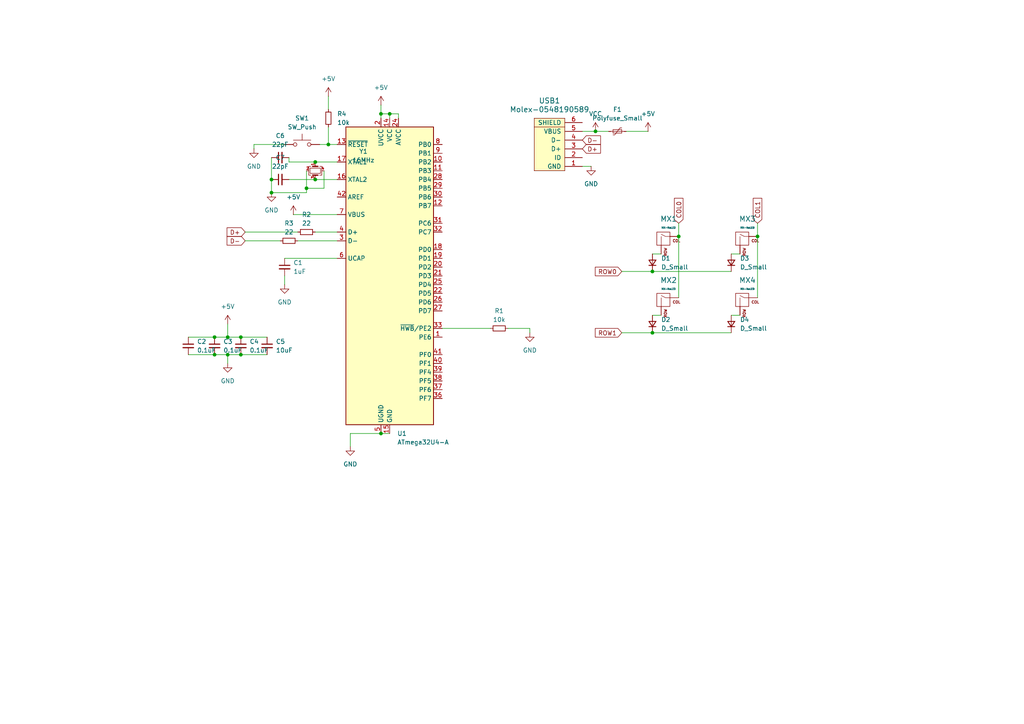
<source format=kicad_sch>
(kicad_sch (version 20231120) (generator "eeschema") (generator_version "8.0")
  (paper "A4")
  (lib_symbols
    (symbol "Device:C_Small" (pin_numbers hide) (pin_names (offset 0.254) hide)
      (property "Reference" "C" (at 0.254 1.778 0))
      (property "Value" "C_Small" (at 0.254 -2.032 0))
      (symbol "C_Small_0_1"
        (polyline (pts (xy -1.524 -0.508) (xy 1.524 -0.508)) (stroke (width 0.3302)))
        (polyline (pts (xy -1.524 0.508) (xy 1.524 0.508)) (stroke (width 0.3048)))
      )
      (symbol "C_Small_1_1"
        (pin passive line (at 0 2.54 270) (length 2.032) (name "~") (number "1"))
        (pin passive line (at 0 -2.54 90) (length 2.032) (name "~") (number "2"))
      )
    )
    (symbol "Device:Crystal_GND24_Small" (pin_names (offset 1.016) hide)
      (property "Reference" "Y" (at 1.27 4.445 0))
      (property "Value" "Crystal_GND24_Small" (at 1.27 2.54 0))
      (symbol "Crystal_GND24_Small_0_1"
        (rectangle (start -0.762 -1.524) (end 0.762 1.524))
        (polyline (pts (xy -1.27 -0.762) (xy -1.27 0.762)) (stroke (width 0.381)))
        (polyline (pts (xy 1.27 -0.762) (xy 1.27 0.762)) (stroke (width 0.381)))
        (polyline (pts (xy -1.27 -1.27) (xy -1.27 -1.905) (xy 1.27 -1.905) (xy 1.27 -1.27)))
        (polyline (pts (xy -1.27 1.27) (xy -1.27 1.905) (xy 1.27 1.905) (xy 1.27 1.27)))
      )
      (symbol "Crystal_GND24_Small_1_1"
        (pin passive line (at -2.54 0 0) (length 1.27) (name "1") (number "1"))
        (pin passive line (at 0 -2.54 90) (length 0.635) (name "2") (number "2"))
        (pin passive line (at 2.54 0 180) (length 1.27) (name "3") (number "3"))
        (pin passive line (at 0 2.54 270) (length 0.635) (name "4") (number "4"))
      )
    )
    (symbol "Device:D_Small" (pin_numbers hide) (pin_names (offset 0.254) hide)
      (property "Reference" "D" (at -1.27 2.032 0))
      (property "Value" "D_Small" (at -3.81 -2.032 0))
      (symbol "D_Small_0_1"
        (polyline (pts (xy -0.762 -1.016) (xy -0.762 1.016)) (stroke (width 0.254)))
        (polyline (pts (xy -0.762 0) (xy 0.762 0)))
        (polyline (pts (xy 0.762 -1.016) (xy -0.762 0) (xy 0.762 1.016) (xy 0.762 -1.016)) (stroke (width 0.254)))
      )
      (symbol "D_Small_1_1"
        (pin passive line (at -2.54 0 0) (length 1.778) (name "K") (number "1"))
        (pin passive line (at 2.54 0 180) (length 1.778) (name "A") (number "2"))
      )
    )
    (symbol "Device:Polyfuse_Small" (pin_numbers hide) (pin_names (offset 0))
      (property "Reference" "F" (at -1.905 0 90))
      (property "Value" "Polyfuse_Small" (at 1.905 0 90))
      (symbol "Polyfuse_Small_0_1"
        (rectangle (start -0.508 1.27) (end 0.508 -1.27))
        (polyline (pts (xy 0 2.54) (xy 0 -2.54)))
        (polyline (pts (xy -1.016 1.27) (xy -1.016 0.762) (xy 1.016 -0.762) (xy 1.016 -1.27)))
      )
      (symbol "Polyfuse_Small_1_1"
        (pin passive line (at 0 2.54 270) (length 0.635) (name "~") (number "1"))
        (pin passive line (at 0 -2.54 90) (length 0.635) (name "~") (number "2"))
      )
    )
    (symbol "Device:R_Small" (pin_numbers hide) (pin_names (offset 0.254) hide)
      (property "Reference" "R" (at 0.762 0.508 0))
      (property "Value" "R_Small" (at 0.762 -1.016 0))
      (symbol "R_Small_0_1"
        (rectangle (start -0.762 1.778) (end 0.762 -1.778) (stroke (width 0.2032)))
      )
      (symbol "R_Small_1_1"
        (pin passive line (at 0 2.54 270) (length 0.762) (name "~") (number "1"))
        (pin passive line (at 0 -2.54 90) (length 0.762) (name "~") (number "2"))
      )
    )
    (symbol "MCU_Microchip_ATmega:ATmega32U4-A"
      (property "Reference" "U" (at -12.7 44.45 0))
      (property "Value" "ATmega32U4-A" (at 2.54 -44.45 0))
      (symbol "ATmega32U4-A_0_1"
        (rectangle (start -12.7 -43.18) (end 12.7 43.18) (stroke (width 0.254)) (fill (type background)))
      )
      (symbol "ATmega32U4-A_1_1"
        (pin bidirectional line (at 15.24 -17.78 180) (length 2.54) (name "PE6") (number "1"))
        (pin bidirectional line (at 15.24 33.02 180) (length 2.54) (name "PB2") (number "10"))
        (pin bidirectional line (at 15.24 30.48 180) (length 2.54) (name "PB3") (number "11"))
        (pin bidirectional line (at 15.24 20.32 180) (length 2.54) (name "PB7") (number "12"))
        (pin input line (at -15.24 38.1 0) (length 2.54) (name "~{RESET}") (number "13"))
        (pin power_in line (at 0 45.72 270) (length 2.54) (name "VCC") (number "14"))
        (pin power_in line (at 0 -45.72 90) (length 2.54) (name "GND") (number "15"))
        (pin output line (at -15.24 27.94 0) (length 2.54) (name "XTAL2") (number "16"))
        (pin input line (at -15.24 33.02 0) (length 2.54) (name "XTAL1") (number "17"))
        (pin bidirectional line (at 15.24 7.62 180) (length 2.54) (name "PD0") (number "18"))
        (pin bidirectional line (at 15.24 5.08 180) (length 2.54) (name "PD1") (number "19"))
        (pin power_in line (at -2.54 45.72 270) (length 2.54) (name "UVCC") (number "2"))
        (pin bidirectional line (at 15.24 2.54 180) (length 2.54) (name "PD2") (number "20"))
        (pin bidirectional line (at 15.24 0 180) (length 2.54) (name "PD3") (number "21"))
        (pin bidirectional line (at 15.24 -5.08 180) (length 2.54) (name "PD5") (number "22"))
        (pin passive line (at 0 -45.72 90) (length 2.54) hide (name "GND") (number "23"))
        (pin power_in line (at 2.54 45.72 270) (length 2.54) (name "AVCC") (number "24"))
        (pin bidirectional line (at 15.24 -2.54 180) (length 2.54) (name "PD4") (number "25"))
        (pin bidirectional line (at 15.24 -7.62 180) (length 2.54) (name "PD6") (number "26"))
        (pin bidirectional line (at 15.24 -10.16 180) (length 2.54) (name "PD7") (number "27"))
        (pin bidirectional line (at 15.24 27.94 180) (length 2.54) (name "PB4") (number "28"))
        (pin bidirectional line (at 15.24 25.4 180) (length 2.54) (name "PB5") (number "29"))
        (pin bidirectional line (at -15.24 10.16 0) (length 2.54) (name "D-") (number "3"))
        (pin bidirectional line (at 15.24 22.86 180) (length 2.54) (name "PB6") (number "30"))
        (pin bidirectional line (at 15.24 15.24 180) (length 2.54) (name "PC6") (number "31"))
        (pin bidirectional line (at 15.24 12.7 180) (length 2.54) (name "PC7") (number "32"))
        (pin bidirectional line (at 15.24 -15.24 180) (length 2.54) (name "~{HWB}/PE2") (number "33"))
        (pin passive line (at 0 45.72 270) (length 2.54) hide (name "VCC") (number "34"))
        (pin passive line (at 0 -45.72 90) (length 2.54) hide (name "GND") (number "35"))
        (pin bidirectional line (at 15.24 -35.56 180) (length 2.54) (name "PF7") (number "36"))
        (pin bidirectional line (at 15.24 -33.02 180) (length 2.54) (name "PF6") (number "37"))
        (pin bidirectional line (at 15.24 -30.48 180) (length 2.54) (name "PF5") (number "38"))
        (pin bidirectional line (at 15.24 -27.94 180) (length 2.54) (name "PF4") (number "39"))
        (pin bidirectional line (at -15.24 12.7 0) (length 2.54) (name "D+") (number "4"))
        (pin bidirectional line (at 15.24 -25.4 180) (length 2.54) (name "PF1") (number "40"))
        (pin bidirectional line (at 15.24 -22.86 180) (length 2.54) (name "PF0") (number "41"))
        (pin passive line (at -15.24 22.86 0) (length 2.54) (name "AREF") (number "42"))
        (pin passive line (at 0 -45.72 90) (length 2.54) hide (name "GND") (number "43"))
        (pin passive line (at 2.54 45.72 270) (length 2.54) hide (name "AVCC") (number "44"))
        (pin passive line (at -2.54 -45.72 90) (length 2.54) (name "UGND") (number "5"))
        (pin passive line (at -15.24 5.08 0) (length 2.54) (name "UCAP") (number "6"))
        (pin input line (at -15.24 17.78 0) (length 2.54) (name "VBUS") (number "7"))
        (pin bidirectional line (at 15.24 38.1 180) (length 2.54) (name "PB0") (number "8"))
        (pin bidirectional line (at 15.24 35.56 180) (length 2.54) (name "PB1") (number "9"))
      )
    )
    (symbol "MX_Alps_Hybrid:MX-NoLED" (pin_names (offset 1.016))
      (property "Reference" "MX" (at -0.635 3.81 0))
      (property "Value" "MX-NoLED" (at -0.635 1.27 0))
      (symbol "MX-NoLED_0_0"
        (rectangle (start -2.54 2.54) (end 1.27 -1.27))
        (polyline (pts (xy -1.27 -1.27) (xy -1.27 1.27)) (stroke (width 0.127)))
        (polyline (pts (xy 1.27 1.27) (xy 0 1.27) (xy -1.27 1.905)) (stroke (width 0.127)))
        (text "COL" (at 3.175 0 0) (effects (font (size 0.762 0.762))))
        (text "ROW" (at 0 -1.905 900) (effects (font (size 0.762 0.762)) (justify right)))
      )
      (symbol "MX-NoLED_1_1"
        (pin passive line (at 3.81 1.27 180) (length 2.54) (name "COL") (number "1"))
        (pin passive line (at -1.27 -3.81 90) (length 2.54) (name "ROW") (number "2"))
      )
    )
    (symbol "Switch:SW_Push" (pin_numbers hide) (pin_names (offset 1.016) hide)
      (property "Reference" "SW" (at 1.27 2.54 0))
      (property "Value" "SW_Push" (at 0 -1.524 0))
      (symbol "SW_Push_0_1"
        (circle (center -2.032 0) (radius 0.508))
        (polyline (pts (xy 0 1.27) (xy 0 3.048)))
        (polyline (pts (xy 2.54 1.27) (xy -2.54 1.27)))
        (circle (center 2.032 0) (radius 0.508))
        (pin passive line (at -5.08 0 0) (length 2.54) (name "1") (number "1"))
        (pin passive line (at 5.08 0 180) (length 2.54) (name "2") (number "2"))
      )
    )
    (symbol "power:+5V" (power) (pin_numbers hide) (pin_names (offset 0) hide)
      (property "Value" "+5V" (at 0 3.556 0))
      (symbol "+5V_0_1"
        (polyline (pts (xy -0.762 1.27) (xy 0 2.54)))
        (polyline (pts (xy 0 0) (xy 0 2.54)))
        (polyline (pts (xy 0 2.54) (xy 0.762 1.27)))
      )
      (symbol "+5V_1_1"
        (pin power_in line (at 0 0 90) (length 0) (name "~") (number "1"))
      )
    )
    (symbol "power:GND" (power) (pin_numbers hide) (pin_names (offset 0) hide)
      (property "Value" "GND" (at 0 -3.81 0))
      (symbol "GND_0_1"
        (polyline (pts (xy 0 0) (xy 0 -1.27) (xy 1.27 -1.27) (xy 0 -2.54) (xy -1.27 -1.27) (xy 0 -1.27)))
      )
      (symbol "GND_1_1"
        (pin power_in line (at 0 0 270) (length 0) (name "~") (number "1"))
      )
    )
    (symbol "power:VCC" (power) (pin_numbers hide) (pin_names (offset 0) hide)
      (property "Value" "VCC" (at 0 3.556 0))
      (symbol "VCC_0_1"
        (polyline (pts (xy -0.762 1.27) (xy 0 2.54)))
        (polyline (pts (xy 0 0) (xy 0 2.54)))
        (polyline (pts (xy 0 2.54) (xy 0.762 1.27)))
      )
      (symbol "VCC_1_1"
        (pin power_in line (at 0 0 90) (length 0) (name "~") (number "1"))
      )
    )
    (symbol "random-keyboard-parts:Molex-0548190589" (pin_names (offset 1.016))
      (property "Reference" "USB" (at 0 7.62 0))
      (property "Value" "Molex-0548190589" (at 0 10.16 0))
      (symbol "Molex-0548190589_0_0"
        (polyline (pts (xy 6.35 -2.54) (xy 6.35 6.35)))
        (rectangle (start 8.89 -2.54) (end -6.35 6.35) (fill (type background)))
      )
      (symbol "Molex-0548190589_1_1"
        (pin input line (at -5.08 -7.62 90) (length 5.08) (name "GND") (number "1"))
        (pin input line (at -2.54 -7.62 90) (length 5.08) (name "ID") (number "2"))
        (pin input line (at 0 -7.62 90) (length 5.08) (name "D+") (number "3"))
        (pin input line (at 2.54 -7.62 90) (length 5.08) (name "D-") (number "4"))
        (pin input line (at 5.08 -7.62 90) (length 5.08) (name "VBUS") (number "5"))
        (pin input line (at 7.62 -7.62 90) (length 5.08) (name "SHIELD") (number "6"))
      )
    )
  )
  (junction (at 69.85 97.79))
  (junction (at 91.44 52.07))
  (junction (at 66.04 97.79))
  (junction (at 62.23 97.79))
  (junction (at 66.04 102.87))
  (junction (at 62.23 102.87))
  (junction (at 78.74 52.07))
  (junction (at 110.49 33.02))
  (junction (at 110.49 125.73))
  (junction (at 95.25 41.91))
  (junction (at 196.85 68.58))
  (junction (at 113.03 33.02))
  (junction (at 189.23 78.74))
  (junction (at 91.44 46.99))
  (junction (at 78.74 55.88))
  (junction (at 189.23 96.52))
  (junction (at 69.85 102.87))
  (junction (at 219.71 68.58))
  (junction (at 172.72 38.1))
  (junction (at 88.9 54.61))
  (wire (pts (xy 88.9 49.53) (xy 88.9 54.61)))
  (wire (pts (xy 189.23 96.52) (xy 212.09 96.52)))
  (wire (pts (xy 95.25 36.83) (xy 95.25 41.91)))
  (wire (pts (xy 71.12 69.85) (xy 81.28 69.85)))
  (wire (pts (xy 172.72 38.1) (xy 176.53 38.1)))
  (wire (pts (xy 91.44 52.07) (xy 97.79 52.07)))
  (wire (pts (xy 71.12 67.31) (xy 86.36 67.31)))
  (wire (pts (xy 181.61 38.1) (xy 187.96 38.1)))
  (wire (pts (xy 128.27 95.25) (xy 142.24 95.25)))
  (wire (pts (xy 180.34 78.74) (xy 189.23 78.74)))
  (wire (pts (xy 62.23 102.87) (xy 66.04 102.87)))
  (wire (pts (xy 196.85 68.58) (xy 196.85 86.36)))
  (wire (pts (xy 189.23 73.66) (xy 191.77 73.66)))
  (wire (pts (xy 78.74 45.72) (xy 78.74 52.07)))
  (wire (pts (xy 110.49 33.02) (xy 113.03 33.02)))
  (wire (pts (xy 153.67 96.52) (xy 153.67 95.25)))
  (wire (pts (xy 168.91 48.26) (xy 171.45 48.26)))
  (wire (pts (xy 219.71 68.58) (xy 219.71 86.36)))
  (wire (pts (xy 82.55 74.93) (xy 97.79 74.93)))
  (wire (pts (xy 115.57 34.29) (xy 115.57 33.02)))
  (wire (pts (xy 82.55 80.01) (xy 82.55 82.55)))
  (wire (pts (xy 92.71 41.91) (xy 95.25 41.91)))
  (wire (pts (xy 66.04 97.79) (xy 69.85 97.79)))
  (wire (pts (xy 88.9 54.61) (xy 88.9 55.88)))
  (wire (pts (xy 85.09 62.23) (xy 97.79 62.23)))
  (wire (pts (xy 110.49 30.48) (xy 110.49 33.02)))
  (wire (pts (xy 83.82 52.07) (xy 91.44 52.07)))
  (wire (pts (xy 101.6 129.54) (xy 101.6 125.73)))
  (wire (pts (xy 69.85 102.87) (xy 77.47 102.87)))
  (wire (pts (xy 196.85 64.77) (xy 196.85 68.58)))
  (wire (pts (xy 93.98 54.61) (xy 88.9 54.61)))
  (wire (pts (xy 189.23 91.44) (xy 191.77 91.44)))
  (wire (pts (xy 101.6 125.73) (xy 110.49 125.73)))
  (wire (pts (xy 110.49 33.02) (xy 110.49 34.29)))
  (wire (pts (xy 91.44 46.99) (xy 83.82 46.99)))
  (wire (pts (xy 66.04 93.98) (xy 66.04 97.79)))
  (wire (pts (xy 95.25 27.94) (xy 95.25 31.75)))
  (wire (pts (xy 219.71 64.77) (xy 219.71 68.58)))
  (wire (pts (xy 93.98 49.53) (xy 93.98 54.61)))
  (wire (pts (xy 168.91 38.1) (xy 172.72 38.1)))
  (wire (pts (xy 91.44 67.31) (xy 97.79 67.31)))
  (wire (pts (xy 180.34 96.52) (xy 189.23 96.52)))
  (wire (pts (xy 113.03 33.02) (xy 115.57 33.02)))
  (wire (pts (xy 54.61 102.87) (xy 62.23 102.87)))
  (wire (pts (xy 113.03 34.29) (xy 113.03 33.02)))
  (wire (pts (xy 78.74 52.07) (xy 78.74 55.88)))
  (wire (pts (xy 95.25 41.91) (xy 97.79 41.91)))
  (wire (pts (xy 91.44 46.99) (xy 97.79 46.99)))
  (wire (pts (xy 153.67 95.25) (xy 147.32 95.25)))
  (wire (pts (xy 62.23 97.79) (xy 66.04 97.79)))
  (wire (pts (xy 83.82 46.99) (xy 83.82 45.72)))
  (wire (pts (xy 73.66 41.91) (xy 73.66 43.18)))
  (wire (pts (xy 66.04 102.87) (xy 66.04 105.41)))
  (wire (pts (xy 86.36 69.85) (xy 97.79 69.85)))
  (wire (pts (xy 69.85 97.79) (xy 77.47 97.79)))
  (wire (pts (xy 88.9 55.88) (xy 78.74 55.88)))
  (wire (pts (xy 110.49 125.73) (xy 113.03 125.73)))
  (wire (pts (xy 212.09 91.44) (xy 214.63 91.44)))
  (wire (pts (xy 189.23 78.74) (xy 212.09 78.74)))
  (wire (pts (xy 212.09 73.66) (xy 214.63 73.66)))
  (wire (pts (xy 54.61 97.79) (xy 62.23 97.79)))
  (wire (pts (xy 82.55 41.91) (xy 73.66 41.91)))
  (wire (pts (xy 66.04 102.87) (xy 69.85 102.87)))
  (global_label "ROW1" (shape input) (at 180.34 96.52 180) (property "Intersheetrefs" "${INTERSHEET_REFS}" (effects (hide yes))))
  (global_label "D+" (shape input) (at 168.91 43.18 0) (property "Intersheetrefs" "${INTERSHEET_REFS}" (effects (hide yes))))
  (global_label "COL1" (shape input) (at 219.71 64.77 90) (property "Intersheetrefs" "${INTERSHEET_REFS}" (effects (hide yes))))
  (global_label "ROW0" (shape input) (at 180.34 78.74 180) (property "Intersheetrefs" "${INTERSHEET_REFS}" (effects (hide yes))))
  (global_label "D-" (shape input) (at 168.91 40.64 0) (property "Intersheetrefs" "${INTERSHEET_REFS}" (effects (hide yes))))
  (global_label "D+" (shape input) (at 71.12 67.31 180) (property "Intersheetrefs" "${INTERSHEET_REFS}" (effects (hide yes))))
  (global_label "D-" (shape input) (at 71.12 69.85 180) (property "Intersheetrefs" "${INTERSHEET_REFS}" (effects (hide yes))))
  (global_label "COL0" (shape input) (at 196.85 64.77 90) (property "Intersheetrefs" "${INTERSHEET_REFS}" (effects (hide yes))))
  (symbol (lib_id "power:GND") (at 153.67 96.52 0) (unit 1)
    (property "Reference" "#PWR03" (effects (hide yes)))
    (property "Value" "GND" (at 153.67 101.6 0))
    (property "Description" "Power symbol creates a global label with name \"GND\" , ground" (effects (hide yes)))
  )
  (symbol (lib_id "power:GND") (at 66.04 105.41 0) (unit 1)
    (property "Reference" "#PWR06" (effects (hide yes)))
    (property "Value" "GND" (at 66.04 110.49 0))
    (property "Description" "Power symbol creates a global label with name \"GND\" , ground" (effects (hide yes)))
  )
  (symbol (lib_id "power:+5V") (at 95.25 27.94 0) (unit 1)
    (property "Reference" "#PWR010" (effects (hide yes)))
    (property "Value" "+5V" (at 95.25 22.86 0))
    (property "Description" "Power symbol creates a global label with name \"+5V\"" (effects (hide yes)))
  )
  (symbol (lib_id "Device:D_Small") (at 189.23 76.2 90) (unit 1)
    (property "Reference" "D1" (at 191.77 74.9299 90) (effects (justify right)))
    (property "Value" "D_Small" (at 191.77 77.4699 90) (effects (justify right)))
    (property "Footprint" "Diode_SMD:D_SOD-123" (effects (hide yes)))
    (property "Description" "Diode, small symbol" (effects (hide yes)))
    (property "Sim.Device" "D" (effects (hide yes)))
    (property "Sim.Pins" "1=K 2=A" (effects (hide yes)))
  )
  (symbol (lib_id "power:+5V") (at 110.49 30.48 0) (unit 1)
    (property "Reference" "#PWR01" (effects (hide yes)))
    (property "Value" "+5V" (at 110.49 25.4 0))
    (property "Description" "Power symbol creates a global label with name \"+5V\"" (effects (hide yes)))
  )
  (symbol (lib_id "random-keyboard-parts:Molex-0548190589") (at 161.29 43.18 90) (unit 1)
    (property "Reference" "USB1" (at 159.385 29.21 90) (effects (font (size 1.524 1.524))))
    (property "Value" "Molex-0548190589" (at 159.385 31.75 90) (effects (font (size 1.524 1.524))))
    (property "Footprint" "random-keyboard-parts:Molex-0548190589" (effects (hide yes)))
  )
  (symbol (lib_id "Device:D_Small") (at 212.09 93.98 90) (unit 1)
    (property "Reference" "D4" (at 214.63 92.7099 90) (effects (justify right)))
    (property "Value" "D_Small" (at 214.63 95.2499 90) (effects (justify right)))
    (property "Footprint" "Diode_SMD:D_SOD-123" (effects (hide yes)))
    (property "Description" "Diode, small symbol" (effects (hide yes)))
    (property "Sim.Device" "D" (effects (hide yes)))
    (property "Sim.Pins" "1=K 2=A" (effects (hide yes)))
  )
  (symbol (lib_id "Device:R_Small") (at 95.25 34.29 0) (unit 1)
    (property "Reference" "R4" (at 97.79 33.0199 0) (effects (justify left)))
    (property "Value" "10k" (at 97.79 35.5599 0) (effects (justify left)))
    (property "Footprint" "Resistor_SMD:R_0805_2012Metric" (effects (hide yes)))
    (property "Description" "Resistor, small symbol" (effects (hide yes)))
  )
  (symbol (lib_id "power:GND") (at 73.66 43.18 0) (unit 1)
    (property "Reference" "#PWR09" (effects (hide yes)))
    (property "Value" "GND" (at 73.66 48.26 0))
    (property "Description" "Power symbol creates a global label with name \"GND\" , ground" (effects (hide yes)))
  )
  (symbol (lib_id "Device:Polyfuse_Small") (at 179.07 38.1 90) (unit 1)
    (property "Reference" "F1" (at 179.07 31.75 90))
    (property "Value" "Polyfuse_Small" (at 179.07 34.29 90))
    (property "Footprint" "Fuse:Fuse_1206_3216Metric" (effects (hide yes)))
    (property "Description" "Resettable fuse, polymeric positive temperature coefficient, small symbol" (effects (hide yes)))
  )
  (symbol (lib_id "Device:Crystal_GND24_Small") (at 91.44 49.53 270) (unit 1)
    (property "Reference" "Y1" (at 105.41 43.9098 90))
    (property "Value" "16MHz" (at 105.41 46.4498 90))
    (property "Footprint" "Crystal:Crystal_SMD_3225-4Pin_3.2x2.5mm" (effects (hide yes)))
    (property "Description" "Four pin crystal, GND on pins 2 and 4, small symbol" (effects (hide yes)))
  )
  (symbol (lib_id "power:+5V") (at 66.04 93.98 0) (unit 1)
    (property "Reference" "#PWR05" (effects (hide yes)))
    (property "Value" "+5V" (at 66.04 88.9 0))
    (property "Description" "Power symbol creates a global label with name \"+5V\"" (effects (hide yes)))
  )
  (symbol (lib_id "Device:C_Small") (at 54.61 100.33 0) (unit 1)
    (property "Reference" "C2" (at 57.15 99.0662 0) (effects (justify left)))
    (property "Value" "0.1uF" (at 57.15 101.6062 0) (effects (justify left)))
    (property "Footprint" "Capacitor_SMD:C_0805_2012Metric" (effects (hide yes)))
    (property "Description" "Unpolarized capacitor, small symbol" (effects (hide yes)))
  )
  (symbol (lib_id "power:+5V") (at 187.96 38.1 0) (unit 1)
    (property "Reference" "#PWR011" (effects (hide yes)))
    (property "Value" "+5V" (at 187.96 33.02 0))
    (property "Description" "Power symbol creates a global label with name \"+5V\"" (effects (hide yes)))
  )
  (symbol (lib_id "Device:R_Small") (at 83.82 69.85 90) (unit 1)
    (property "Reference" "R3" (at 83.82 64.77 90))
    (property "Value" "22" (at 83.82 67.31 90))
    (property "Footprint" "Resistor_SMD:R_0805_2012Metric" (effects (hide yes)))
    (property "Description" "Resistor, small symbol" (effects (hide yes)))
  )
  (symbol (lib_id "Device:C_Small") (at 62.23 100.33 0) (unit 1)
    (property "Reference" "C3" (at 64.77 99.0662 0) (effects (justify left)))
    (property "Value" "0.1uF" (at 64.77 101.6062 0) (effects (justify left)))
    (property "Footprint" "Capacitor_SMD:C_0805_2012Metric" (effects (hide yes)))
    (property "Description" "Unpolarized capacitor, small symbol" (effects (hide yes)))
  )
  (symbol (lib_id "Device:D_Small") (at 189.23 93.98 90) (unit 1)
    (property "Reference" "D2" (at 191.77 92.7099 90) (effects (justify right)))
    (property "Value" "D_Small" (at 191.77 95.2499 90) (effects (justify right)))
    (property "Footprint" "Diode_SMD:D_SOD-123" (effects (hide yes)))
    (property "Description" "Diode, small symbol" (effects (hide yes)))
    (property "Sim.Device" "D" (effects (hide yes)))
    (property "Sim.Pins" "1=K 2=A" (effects (hide yes)))
  )
  (symbol (lib_id "Device:C_Small") (at 81.28 45.72 90) (unit 1)
    (property "Reference" "C6" (at 81.2863 39.37 90))
    (property "Value" "22pF" (at 81.2863 41.91 90))
    (property "Footprint" "Capacitor_SMD:C_0805_2012Metric" (effects (hide yes)))
    (property "Description" "Unpolarized capacitor, small symbol" (effects (hide yes)))
  )
  (symbol (lib_id "Device:C_Small") (at 81.28 52.07 90) (unit 1)
    (property "Reference" "C7" (at 81.2863 45.72 90))
    (property "Value" "22pF" (at 81.2863 48.26 90))
    (property "Footprint" "Capacitor_SMD:C_0805_2012Metric" (effects (hide yes)))
    (property "Description" "Unpolarized capacitor, small symbol" (effects (hide yes)))
  )
  (symbol (lib_id "power:VCC") (at 172.72 38.1 0) (unit 1)
    (property "Reference" "#PWR012" (effects (hide yes)))
    (property "Value" "VCC" (at 172.72 33.02 0))
    (property "Description" "Power symbol creates a global label with name \"VCC\"" (effects (hide yes)))
  )
  (symbol (lib_id "MX_Alps_Hybrid:MX-NoLED") (at 193.04 69.85 0) (unit 1)
    (property "Reference" "MX1" (at 193.9352 63.5 0) (effects (font (size 1.524 1.524))))
    (property "Value" "MX-NoLED" (at 193.9352 66.04 0) (effects (font (size 0.508 0.508))))
    (property "Footprint" "MX_Alps_Hybrid:MX-1U-NoLED" (effects (hide yes)))
  )
  (symbol (lib_id "MX_Alps_Hybrid:MX-NoLED") (at 193.04 87.63 0) (unit 1)
    (property "Reference" "MX2" (at 193.9352 81.28 0) (effects (font (size 1.524 1.524))))
    (property "Value" "MX-NoLED" (at 193.9352 83.82 0) (effects (font (size 0.508 0.508))))
    (property "Footprint" "MX_Alps_Hybrid:MX-1U-NoLED" (effects (hide yes)))
  )
  (symbol (lib_id "Device:C_Small") (at 77.47 100.33 0) (unit 1)
    (property "Reference" "C5" (at 80.01 99.0662 0) (effects (justify left)))
    (property "Value" "10uF" (at 80.01 101.6062 0) (effects (justify left)))
    (property "Footprint" "Capacitor_SMD:C_0805_2012Metric" (effects (hide yes)))
    (property "Description" "Unpolarized capacitor, small symbol" (effects (hide yes)))
  )
  (symbol (lib_id "Switch:SW_Push") (at 87.63 41.91 0) (unit 1)
    (property "Reference" "SW1" (at 87.63 34.29 0))
    (property "Value" "SW_Push" (at 87.63 36.83 0))
    (property "Footprint" "random-keyboard-parts:Reset_Pretty" (effects (hide yes)))
    (property "Description" "Push button switch, generic, two pins" (effects (hide yes)))
  )
  (symbol (lib_id "power:GND") (at 101.6 129.54 0) (unit 1)
    (property "Reference" "#PWR02" (effects (hide yes)))
    (property "Value" "GND" (at 101.6 134.62 0))
    (property "Description" "Power symbol creates a global label with name \"GND\" , ground" (effects (hide yes)))
  )
  (symbol (lib_id "power:GND") (at 82.55 82.55 0) (unit 1)
    (property "Reference" "#PWR04" (effects (hide yes)))
    (property "Value" "GND" (at 82.55 87.63 0))
    (property "Description" "Power symbol creates a global label with name \"GND\" , ground" (effects (hide yes)))
  )
  (symbol (lib_id "Device:R_Small") (at 144.78 95.25 90) (unit 1)
    (property "Reference" "R1" (at 144.78 90.17 90))
    (property "Value" "10k" (at 144.78 92.71 90))
    (property "Footprint" "Resistor_SMD:R_0805_2012Metric" (effects (hide yes)))
    (property "Description" "Resistor, small symbol" (effects (hide yes)))
  )
  (symbol (lib_id "power:GND") (at 78.74 55.88 0) (unit 1)
    (property "Reference" "#PWR08" (effects (hide yes)))
    (property "Value" "GND" (at 78.74 60.96 0))
    (property "Description" "Power symbol creates a global label with name \"GND\" , ground" (effects (hide yes)))
  )
  (symbol (lib_id "Device:C_Small") (at 82.55 77.47 0) (unit 1)
    (property "Reference" "C1" (at 85.09 76.2062 0) (effects (justify left)))
    (property "Value" "1uF" (at 85.09 78.7462 0) (effects (justify left)))
    (property "Footprint" "Capacitor_SMD:C_0805_2012Metric" (effects (hide yes)))
    (property "Description" "Unpolarized capacitor, small symbol" (effects (hide yes)))
  )
  (symbol (lib_id "power:GND") (at 171.45 48.26 0) (unit 1)
    (property "Reference" "#PWR013" (effects (hide yes)))
    (property "Value" "GND" (at 171.45 53.34 0))
    (property "Description" "Power symbol creates a global label with name \"GND\" , ground" (effects (hide yes)))
  )
  (symbol (lib_id "power:+5V") (at 85.09 62.23 0) (unit 1)
    (property "Reference" "#PWR07" (effects (hide yes)))
    (property "Value" "+5V" (at 85.09 57.15 0))
    (property "Description" "Power symbol creates a global label with name \"+5V\"" (effects (hide yes)))
  )
  (symbol (lib_id "Device:C_Small") (at 69.85 100.33 0) (unit 1)
    (property "Reference" "C4" (at 72.39 99.0662 0) (effects (justify left)))
    (property "Value" "0.1uF" (at 72.39 101.6062 0) (effects (justify left)))
    (property "Footprint" "Capacitor_SMD:C_0805_2012Metric" (effects (hide yes)))
    (property "Description" "Unpolarized capacitor, small symbol" (effects (hide yes)))
  )
  (symbol (lib_id "MCU_Microchip_ATmega:ATmega32U4-A") (at 113.03 80.01 0) (unit 1)
    (property "Reference" "U1" (at 115.2241 125.73 0) (effects (justify left)))
    (property "Value" "ATmega32U4-A" (at 115.2241 128.27 0) (effects (justify left)))
    (property "Footprint" "Package_QFP:TQFP-44_10x10mm_P0.8mm" (effects (hide yes)))
    (property "Datasheet" "http://ww1.microchip.com/downloads/en/DeviceDoc/Atmel-7766-8-bit-AVR-ATmega16U4-32U4_Datasheet.pdf" (effects (hide yes)))
    (property "Description" "16MHz, 32kB Flash, 2.5kB SRAM, 1kB EEPROM, USB 2.0, TQFP-44" (effects (hide yes)))
  )
  (symbol (lib_id "Device:D_Small") (at 212.09 76.2 90) (unit 1)
    (property "Reference" "D3" (at 214.63 74.9299 90) (effects (justify right)))
    (property "Value" "D_Small" (at 214.63 77.4699 90) (effects (justify right)))
    (property "Footprint" "Diode_SMD:D_SOD-123" (effects (hide yes)))
    (property "Description" "Diode, small symbol" (effects (hide yes)))
    (property "Sim.Device" "D" (effects (hide yes)))
    (property "Sim.Pins" "1=K 2=A" (effects (hide yes)))
  )
  (symbol (lib_id "MX_Alps_Hybrid:MX-NoLED") (at 215.9 87.63 0) (unit 1)
    (property "Reference" "MX4" (at 216.7952 81.28 0) (effects (font (size 1.524 1.524))))
    (property "Value" "MX-NoLED" (at 216.7952 83.82 0) (effects (font (size 0.508 0.508))))
    (property "Footprint" "MX_Alps_Hybrid:MX-1U-NoLED" (effects (hide yes)))
  )
  (symbol (lib_id "MX_Alps_Hybrid:MX-NoLED") (at 215.9 69.85 0) (unit 1)
    (property "Reference" "MX3" (at 216.7952 63.5 0) (effects (font (size 1.524 1.524))))
    (property "Value" "MX-NoLED" (at 216.7952 66.04 0) (effects (font (size 0.508 0.508))))
    (property "Footprint" "MX_Alps_Hybrid:MX-1U-NoLED" (effects (hide yes)))
  )
  (symbol (lib_id "Device:R_Small") (at 88.9 67.31 90) (unit 1)
    (property "Reference" "R2" (at 88.9 62.23 90))
    (property "Value" "22" (at 88.9 64.77 90))
    (property "Footprint" "Resistor_SMD:R_0805_2012Metric" (effects (hide yes)))
    (property "Description" "Resistor, small symbol" (effects (hide yes)))
  )
)
</source>
